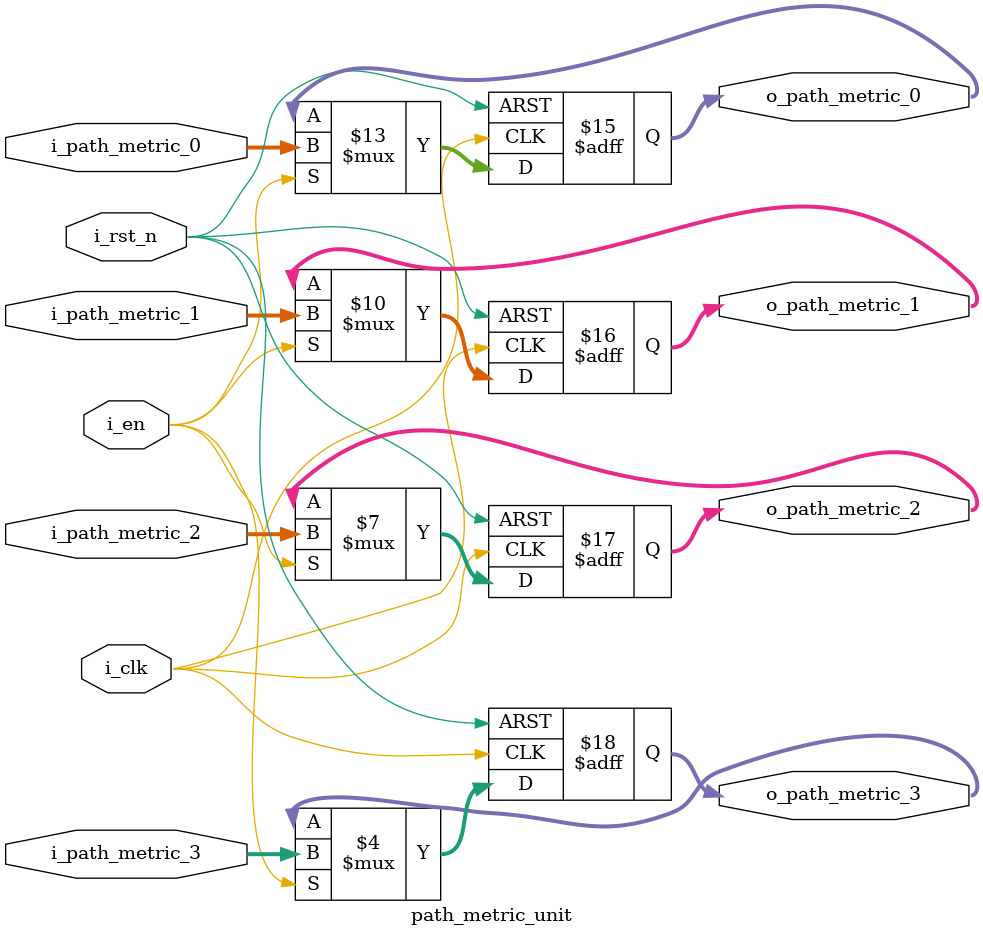
<source format=sv>
module path_metric_unit(
    input logic         i_clk,
    input logic         i_rst_n,
    input logic         i_en,

    input logic [1:0] i_path_metric_0,
    input logic [1:0] i_path_metric_1,
    input logic [1:0] i_path_metric_2,
    input logic [1:0] i_path_metric_3,

    output logic [1:0] o_path_metric_0,
    output logic [1:0] o_path_metric_1,
    output logic [1:0] o_path_metric_2,
    output logic [1:0] o_path_metric_3
);

always_ff @(posedge i_clk or negedge i_rst_n) begin
    if(!i_rst_n) begin
        o_path_metric_0 <= 0; 
        o_path_metric_1 <= 0; 
        o_path_metric_2 <= 0;
        o_path_metric_3 <= 0; 
    end else if(i_en) begin
        o_path_metric_0 <= i_path_metric_0; 
        o_path_metric_1 <= i_path_metric_1;
        o_path_metric_2 <= i_path_metric_2;
        o_path_metric_3 <= i_path_metric_3;
    end else begin
        o_path_metric_0 <= o_path_metric_0; 
        o_path_metric_1 <= o_path_metric_1;
        o_path_metric_2 <= o_path_metric_2;
        o_path_metric_3 <= o_path_metric_3;
    end 
end 

endmodule

</source>
